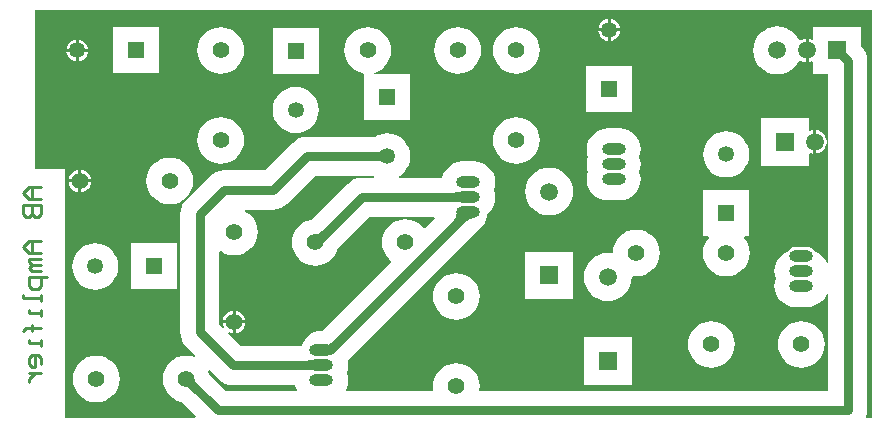
<source format=gbl>
G04 Layer_Physical_Order=2*
G04 Layer_Color=16711680*
%FSLAX25Y25*%
%MOIN*%
G70*
G01*
G75*
%ADD10C,0.03000*%
%ADD11C,0.05512*%
%ADD12C,0.05906*%
%ADD13R,0.05906X0.05906*%
%ADD14R,0.05315X0.05315*%
%ADD15C,0.05315*%
%ADD16R,0.05315X0.05315*%
%ADD17O,0.07874X0.03937*%
%ADD18O,0.07874X0.03937*%
%ADD19R,0.05906X0.05906*%
%ADD20C,0.01000*%
G36*
X124602Y-56203D02*
X124520Y-56134D01*
X124414Y-56073D01*
X124284Y-56019D01*
X124130Y-55972D01*
X123953Y-55933D01*
X123752Y-55900D01*
X123279Y-55857D01*
X122712Y-55843D01*
Y-52843D01*
X123007Y-52839D01*
X123752Y-52785D01*
X123953Y-52753D01*
X124130Y-52713D01*
X124284Y-52666D01*
X124414Y-52612D01*
X124520Y-52551D01*
X124602Y-52482D01*
Y-56203D01*
D02*
G37*
G36*
X150545Y-69709D02*
X150463Y-69669D01*
X150327Y-69634D01*
X150136Y-69602D01*
X149890Y-69575D01*
X148827Y-69519D01*
X147272Y-69500D01*
Y-66500D01*
X147845Y-66498D01*
X150463Y-66331D01*
X150545Y-66291D01*
Y-69709D01*
D02*
G37*
G36*
X155813Y-74916D02*
X155480Y-74849D01*
X155125Y-74845D01*
X154750Y-74904D01*
X154353Y-75027D01*
X153935Y-75213D01*
X153496Y-75463D01*
X153035Y-75776D01*
X152553Y-76152D01*
X152051Y-76592D01*
X151527Y-77095D01*
X147948Y-76430D01*
X148292Y-76068D01*
X148596Y-75710D01*
X148858Y-75357D01*
X149080Y-75007D01*
X149262Y-74662D01*
X149402Y-74321D01*
X149502Y-73984D01*
X149562Y-73652D01*
X149580Y-73324D01*
X149558Y-73000D01*
X155813Y-74916D01*
D02*
G37*
G36*
X122241Y-60969D02*
X122011Y-61469D01*
X118000D01*
X116726Y-61594D01*
X115500Y-61966D01*
X114371Y-62569D01*
X113382Y-63382D01*
X101453Y-75310D01*
X100980Y-75356D01*
X99518Y-75800D01*
X98170Y-76520D01*
X96989Y-77489D01*
X96020Y-78670D01*
X95300Y-80018D01*
X94856Y-81480D01*
X94707Y-83000D01*
X94856Y-84520D01*
X95300Y-85982D01*
X96020Y-87330D01*
X96989Y-88511D01*
X98170Y-89480D01*
X99518Y-90200D01*
X100980Y-90644D01*
X102500Y-90793D01*
X104020Y-90644D01*
X105482Y-90200D01*
X106830Y-89480D01*
X108011Y-88511D01*
X108980Y-87330D01*
X109700Y-85982D01*
X109894Y-85343D01*
X120705Y-74531D01*
X142078D01*
X142270Y-74993D01*
X139069Y-78194D01*
X138569Y-78170D01*
X138011Y-77489D01*
X136830Y-76520D01*
X135482Y-75800D01*
X134020Y-75356D01*
X132500Y-75207D01*
X130980Y-75356D01*
X129518Y-75800D01*
X128170Y-76520D01*
X126989Y-77489D01*
X126020Y-78670D01*
X125300Y-80018D01*
X124856Y-81480D01*
X124707Y-83000D01*
X124856Y-84520D01*
X125300Y-85982D01*
X126020Y-87330D01*
X126989Y-88511D01*
X127670Y-89069D01*
X127694Y-89569D01*
X104795Y-112469D01*
X104500D01*
X103226Y-112594D01*
X102000Y-112966D01*
X100871Y-113569D01*
X99882Y-114382D01*
X99069Y-115371D01*
X98466Y-116500D01*
X98172Y-117469D01*
X77705D01*
X73526Y-113289D01*
X73809Y-112865D01*
X74519Y-113159D01*
X75000Y-113223D01*
Y-110000D01*
X71777D01*
X71841Y-110480D01*
X72135Y-111191D01*
X71711Y-111474D01*
X70531Y-110295D01*
Y-86041D01*
X70983Y-85827D01*
X71170Y-85980D01*
X72518Y-86700D01*
X73980Y-87144D01*
X75500Y-87293D01*
X77020Y-87144D01*
X78482Y-86700D01*
X79830Y-85980D01*
X81011Y-85011D01*
X81980Y-83830D01*
X82700Y-82482D01*
X83144Y-81020D01*
X83293Y-79500D01*
X83144Y-77980D01*
X82700Y-76518D01*
X81980Y-75170D01*
X81011Y-73989D01*
X79830Y-73020D01*
X78916Y-72531D01*
X79041Y-72031D01*
X88500D01*
X89774Y-71906D01*
X91000Y-71534D01*
X92129Y-70931D01*
X93118Y-70118D01*
X102363Y-60874D01*
X122160D01*
X122241Y-60969D01*
D02*
G37*
G36*
X106422Y-81699D02*
X106208Y-81918D01*
X105563Y-82669D01*
X105455Y-82825D01*
X105368Y-82969D01*
X105303Y-83101D01*
X105259Y-83220D01*
X105236Y-83326D01*
X102881Y-80270D01*
X103013Y-80276D01*
X103155Y-80258D01*
X103306Y-80216D01*
X103467Y-80150D01*
X103637Y-80059D01*
X103817Y-79945D01*
X104006Y-79807D01*
X104205Y-79645D01*
X104631Y-79248D01*
X106422Y-81699D01*
D02*
G37*
G36*
X111450Y-117171D02*
X110770Y-117847D01*
X108205Y-120124D01*
X108152Y-120099D01*
X108177Y-119987D01*
X105231Y-117039D01*
X105461Y-117209D01*
X105732Y-117297D01*
X106041Y-117304D01*
X106391Y-117229D01*
X106779Y-117072D01*
X107208Y-116833D01*
X107676Y-116513D01*
X108183Y-116111D01*
X108730Y-115628D01*
X109317Y-115062D01*
X111450Y-117171D01*
D02*
G37*
G36*
X101545Y-125709D02*
X101463Y-125669D01*
X101327Y-125634D01*
X101136Y-125602D01*
X100891Y-125575D01*
X99827Y-125519D01*
X98272Y-125500D01*
Y-122500D01*
X98845Y-122498D01*
X101463Y-122331D01*
X101545Y-122291D01*
Y-125709D01*
D02*
G37*
G36*
X62266Y-128653D02*
X62298Y-128788D01*
X62353Y-128934D01*
X62430Y-129090D01*
X62530Y-129257D01*
X62652Y-129434D01*
X62797Y-129621D01*
X63153Y-130025D01*
X63365Y-130243D01*
X61243Y-132365D01*
X61026Y-132153D01*
X60434Y-131652D01*
X60257Y-131530D01*
X60091Y-131430D01*
X59934Y-131353D01*
X59789Y-131298D01*
X59653Y-131266D01*
X59528Y-131256D01*
X62256Y-128528D01*
X62266Y-128653D01*
D02*
G37*
G36*
X70382Y-128618D02*
X71371Y-129431D01*
X72500Y-130034D01*
X73726Y-130406D01*
X75000Y-130531D01*
X95714D01*
X96062Y-131680D01*
X96255Y-132040D01*
X95998Y-132469D01*
X72705D01*
X67112Y-126875D01*
X66755Y-125699D01*
X67197Y-125434D01*
X70382Y-128618D01*
D02*
G37*
G36*
X288000Y-141453D02*
X286468D01*
X286170Y-141051D01*
X286406Y-140274D01*
X286531Y-139000D01*
Y-22500D01*
X286406Y-21226D01*
X286034Y-20000D01*
X285431Y-18871D01*
X284618Y-17882D01*
X284453Y-17716D01*
Y-11047D01*
X268547D01*
Y-15028D01*
X268047Y-15362D01*
X267532Y-15149D01*
X267000Y-15079D01*
Y-19000D01*
Y-22921D01*
X267532Y-22851D01*
X268047Y-22637D01*
X268547Y-22972D01*
Y-26953D01*
X273469D01*
Y-49328D01*
X272969Y-49361D01*
X272942Y-49160D01*
X272851Y-48468D01*
X272453Y-47507D01*
X271819Y-46681D01*
X270993Y-46047D01*
X270032Y-45649D01*
X269500Y-45579D01*
Y-49500D01*
Y-53421D01*
X270032Y-53351D01*
X270993Y-52953D01*
X271819Y-52319D01*
X272453Y-51493D01*
X272851Y-50532D01*
X272942Y-49840D01*
X272969Y-49639D01*
X273469Y-49672D01*
Y-89848D01*
X272969Y-89922D01*
X272938Y-89820D01*
X272291Y-88610D01*
X271420Y-87549D01*
X270359Y-86678D01*
X269148Y-86031D01*
X269062Y-86005D01*
X269061Y-86003D01*
X268586Y-85383D01*
X267966Y-84907D01*
X267243Y-84608D01*
X266469Y-84506D01*
X262531D01*
X261757Y-84608D01*
X261034Y-84907D01*
X260414Y-85383D01*
X259939Y-86003D01*
X259938Y-86005D01*
X259852Y-86031D01*
X258641Y-86678D01*
X257580Y-87549D01*
X256709Y-88610D01*
X256062Y-89820D01*
X255664Y-91134D01*
X255529Y-92500D01*
X255664Y-93866D01*
X256008Y-95000D01*
X255664Y-96134D01*
X255529Y-97500D01*
X255664Y-98866D01*
X256062Y-100180D01*
X256709Y-101390D01*
X257580Y-102451D01*
X258641Y-103322D01*
X259852Y-103969D01*
X261165Y-104368D01*
X262531Y-104502D01*
X266469D01*
X267835Y-104368D01*
X269148Y-103969D01*
X270359Y-103322D01*
X271420Y-102451D01*
X272291Y-101390D01*
X272938Y-100180D01*
X272969Y-100078D01*
X273469Y-100152D01*
Y-132469D01*
X157521D01*
X157185Y-132098D01*
X157293Y-131000D01*
X157144Y-129480D01*
X156700Y-128018D01*
X155980Y-126670D01*
X155011Y-125489D01*
X153830Y-124520D01*
X152482Y-123800D01*
X151020Y-123356D01*
X149500Y-123207D01*
X147980Y-123356D01*
X146518Y-123800D01*
X145170Y-124520D01*
X143989Y-125489D01*
X143020Y-126670D01*
X142300Y-128018D01*
X141856Y-129480D01*
X141707Y-131000D01*
X141815Y-132098D01*
X141479Y-132469D01*
X113002D01*
X112745Y-132040D01*
X112938Y-131680D01*
X113336Y-130366D01*
X113471Y-129000D01*
X113336Y-127634D01*
X112992Y-126500D01*
X113336Y-125366D01*
X113471Y-124000D01*
X113336Y-122634D01*
X113282Y-122455D01*
X158118Y-77618D01*
X158931Y-76629D01*
X159534Y-75499D01*
X159906Y-74274D01*
X160003Y-73294D01*
X160420Y-72951D01*
X161291Y-71890D01*
X161938Y-70680D01*
X162336Y-69366D01*
X162471Y-68000D01*
X162336Y-66634D01*
X161992Y-65500D01*
X162336Y-64366D01*
X162471Y-63000D01*
X162336Y-61634D01*
X161938Y-60320D01*
X161291Y-59110D01*
X160420Y-58049D01*
X159359Y-57178D01*
X158148Y-56531D01*
X156835Y-56132D01*
X155468Y-55998D01*
X151532D01*
X150165Y-56132D01*
X148852Y-56531D01*
X147641Y-57178D01*
X146580Y-58049D01*
X145709Y-59110D01*
X145062Y-60320D01*
X144714Y-61469D01*
X130473D01*
X130348Y-60969D01*
X130775Y-60740D01*
X131941Y-59784D01*
X132898Y-58617D01*
X133609Y-57287D01*
X134047Y-55844D01*
X134195Y-54343D01*
X134047Y-52842D01*
X133609Y-51398D01*
X132898Y-50068D01*
X131941Y-48902D01*
X130775Y-47945D01*
X129445Y-47234D01*
X128001Y-46796D01*
X126500Y-46648D01*
X124999Y-46796D01*
X123555Y-47234D01*
X122475Y-47811D01*
X99657D01*
X98383Y-47937D01*
X97158Y-48308D01*
X96029Y-48912D01*
X95039Y-49724D01*
X85795Y-58969D01*
X72000D01*
X70726Y-59094D01*
X69500Y-59466D01*
X68371Y-60069D01*
X67382Y-60882D01*
X59382Y-68882D01*
X58569Y-69871D01*
X57966Y-71000D01*
X57594Y-72226D01*
X57469Y-73500D01*
Y-113000D01*
X57594Y-114274D01*
X57966Y-115499D01*
X58569Y-116629D01*
X59382Y-117618D01*
X62566Y-120803D01*
X62301Y-121245D01*
X61020Y-120856D01*
X59500Y-120707D01*
X57980Y-120856D01*
X56518Y-121300D01*
X55170Y-122020D01*
X53989Y-122989D01*
X53020Y-124170D01*
X52300Y-125518D01*
X51856Y-126980D01*
X51707Y-128500D01*
X51856Y-130020D01*
X52300Y-131482D01*
X53020Y-132830D01*
X53989Y-134011D01*
X55170Y-134980D01*
X56518Y-135700D01*
X57875Y-136112D01*
X62754Y-140991D01*
X62562Y-141453D01*
X19000D01*
Y-58500D01*
X9000D01*
Y-5548D01*
X288000D01*
Y-141453D01*
D02*
G37*
%LPC*%
G36*
X76000Y-105778D02*
Y-109000D01*
X79223D01*
X79159Y-108519D01*
X78781Y-107606D01*
X78179Y-106821D01*
X77394Y-106219D01*
X76481Y-105841D01*
X76000Y-105778D01*
D02*
G37*
G36*
X75000D02*
X74519Y-105841D01*
X73606Y-106219D01*
X72821Y-106821D01*
X72219Y-107606D01*
X71841Y-108519D01*
X71777Y-109000D01*
X75000D01*
Y-105778D01*
D02*
G37*
G36*
X79223Y-110000D02*
X76000D01*
Y-113223D01*
X76481Y-113159D01*
X77394Y-112781D01*
X78179Y-112179D01*
X78781Y-111394D01*
X79159Y-110480D01*
X79223Y-110000D01*
D02*
G37*
G36*
X201000Y-8534D02*
Y-11657D01*
X204123D01*
X204063Y-11203D01*
X203695Y-10313D01*
X203109Y-9549D01*
X202344Y-8963D01*
X201455Y-8594D01*
X201000Y-8534D01*
D02*
G37*
G36*
X200000D02*
X199545Y-8594D01*
X198655Y-8963D01*
X197891Y-9549D01*
X197305Y-10313D01*
X196937Y-11203D01*
X196877Y-11657D01*
X200000D01*
Y-8534D01*
D02*
G37*
G36*
X204123Y-12657D02*
X201000D01*
Y-15781D01*
X201455Y-15721D01*
X202344Y-15352D01*
X203109Y-14766D01*
X203695Y-14002D01*
X204063Y-13112D01*
X204123Y-12657D01*
D02*
G37*
G36*
X200000D02*
X196877D01*
X196937Y-13112D01*
X197305Y-14002D01*
X197891Y-14766D01*
X198655Y-15352D01*
X199545Y-15721D01*
X200000Y-15781D01*
Y-12657D01*
D02*
G37*
G36*
X23657Y-15377D02*
Y-18500D01*
X26781D01*
X26721Y-18045D01*
X26352Y-17155D01*
X25766Y-16391D01*
X25002Y-15805D01*
X24112Y-15437D01*
X23657Y-15377D01*
D02*
G37*
G36*
X22657D02*
X22203Y-15437D01*
X21313Y-15805D01*
X20549Y-16391D01*
X19963Y-17155D01*
X19594Y-18045D01*
X19534Y-18500D01*
X22657D01*
Y-15377D01*
D02*
G37*
G36*
X26781Y-19500D02*
X23657D01*
Y-22623D01*
X24112Y-22563D01*
X25002Y-22195D01*
X25766Y-21609D01*
X26352Y-20844D01*
X26721Y-19955D01*
X26781Y-19500D01*
D02*
G37*
G36*
X22657D02*
X19534D01*
X19594Y-19955D01*
X19963Y-20844D01*
X20549Y-21609D01*
X21313Y-22195D01*
X22203Y-22563D01*
X22657Y-22623D01*
Y-19500D01*
D02*
G37*
G36*
X256500Y-11009D02*
X254941Y-11162D01*
X253442Y-11617D01*
X252060Y-12355D01*
X250849Y-13349D01*
X249855Y-14560D01*
X249117Y-15942D01*
X248662Y-17441D01*
X248509Y-19000D01*
X248662Y-20559D01*
X249117Y-22058D01*
X249855Y-23440D01*
X250849Y-24651D01*
X252060Y-25644D01*
X253442Y-26383D01*
X254941Y-26838D01*
X256500Y-26991D01*
X258059Y-26838D01*
X259558Y-26383D01*
X260940Y-25644D01*
X262151Y-24651D01*
X263144Y-23440D01*
X263676Y-22445D01*
X264317Y-22307D01*
X264507Y-22453D01*
X265468Y-22851D01*
X266000Y-22921D01*
Y-19000D01*
Y-15079D01*
X265468Y-15149D01*
X264507Y-15547D01*
X264317Y-15693D01*
X263676Y-15554D01*
X263144Y-14560D01*
X262151Y-13349D01*
X260940Y-12355D01*
X259558Y-11617D01*
X258059Y-11162D01*
X256500Y-11009D01*
D02*
G37*
G36*
X50500Y-11343D02*
X35185D01*
Y-26658D01*
X50500D01*
Y-11343D01*
D02*
G37*
G36*
X169500Y-11207D02*
X167980Y-11356D01*
X166518Y-11800D01*
X165170Y-12520D01*
X163989Y-13489D01*
X163020Y-14670D01*
X162300Y-16018D01*
X161856Y-17480D01*
X161707Y-19000D01*
X161856Y-20520D01*
X162300Y-21982D01*
X163020Y-23330D01*
X163989Y-24511D01*
X165170Y-25480D01*
X166518Y-26200D01*
X167980Y-26644D01*
X169500Y-26793D01*
X171020Y-26644D01*
X172482Y-26200D01*
X173830Y-25480D01*
X175011Y-24511D01*
X175980Y-23330D01*
X176700Y-21982D01*
X177144Y-20520D01*
X177293Y-19000D01*
X177144Y-17480D01*
X176700Y-16018D01*
X175980Y-14670D01*
X175011Y-13489D01*
X173830Y-12520D01*
X172482Y-11800D01*
X171020Y-11356D01*
X169500Y-11207D01*
D02*
G37*
G36*
X150000D02*
X148480Y-11356D01*
X147018Y-11800D01*
X145670Y-12520D01*
X144489Y-13489D01*
X143520Y-14670D01*
X142800Y-16018D01*
X142356Y-17480D01*
X142207Y-19000D01*
X142356Y-20520D01*
X142800Y-21982D01*
X143520Y-23330D01*
X144489Y-24511D01*
X145670Y-25480D01*
X147018Y-26200D01*
X148480Y-26644D01*
X150000Y-26793D01*
X151520Y-26644D01*
X152982Y-26200D01*
X154330Y-25480D01*
X155511Y-24511D01*
X156480Y-23330D01*
X157200Y-21982D01*
X157644Y-20520D01*
X157793Y-19000D01*
X157644Y-17480D01*
X157200Y-16018D01*
X156480Y-14670D01*
X155511Y-13489D01*
X154330Y-12520D01*
X152982Y-11800D01*
X151520Y-11356D01*
X150000Y-11207D01*
D02*
G37*
G36*
X71000D02*
X69480Y-11356D01*
X68018Y-11800D01*
X66670Y-12520D01*
X65489Y-13489D01*
X64520Y-14670D01*
X63800Y-16018D01*
X63356Y-17480D01*
X63207Y-19000D01*
X63356Y-20520D01*
X63800Y-21982D01*
X64520Y-23330D01*
X65489Y-24511D01*
X66670Y-25480D01*
X68018Y-26200D01*
X69480Y-26644D01*
X71000Y-26793D01*
X72520Y-26644D01*
X73982Y-26200D01*
X75330Y-25480D01*
X76511Y-24511D01*
X77480Y-23330D01*
X78200Y-21982D01*
X78644Y-20520D01*
X78793Y-19000D01*
X78644Y-17480D01*
X78200Y-16018D01*
X77480Y-14670D01*
X76511Y-13489D01*
X75330Y-12520D01*
X73982Y-11800D01*
X72520Y-11356D01*
X71000Y-11207D01*
D02*
G37*
G36*
X103657Y-11500D02*
X88342D01*
Y-26815D01*
X103657D01*
Y-11500D01*
D02*
G37*
G36*
X208157Y-24185D02*
X192842D01*
Y-39500D01*
X208157D01*
Y-24185D01*
D02*
G37*
G36*
X120000Y-11207D02*
X118480Y-11356D01*
X117018Y-11800D01*
X115670Y-12520D01*
X114489Y-13489D01*
X113520Y-14670D01*
X112800Y-16018D01*
X112356Y-17480D01*
X112207Y-19000D01*
X112356Y-20520D01*
X112800Y-21982D01*
X113520Y-23330D01*
X114489Y-24511D01*
X115670Y-25480D01*
X117018Y-26200D01*
X118480Y-26644D01*
X118492Y-26645D01*
X118842Y-27000D01*
X118842Y-27182D01*
Y-42315D01*
X134158D01*
Y-27000D01*
X122069D01*
X121994Y-26500D01*
X122982Y-26200D01*
X124330Y-25480D01*
X125511Y-24511D01*
X126480Y-23330D01*
X127200Y-21982D01*
X127644Y-20520D01*
X127793Y-19000D01*
X127644Y-17480D01*
X127200Y-16018D01*
X126480Y-14670D01*
X125511Y-13489D01*
X124330Y-12520D01*
X122982Y-11800D01*
X121520Y-11356D01*
X120000Y-11207D01*
D02*
G37*
G36*
X96000Y-31148D02*
X94499Y-31296D01*
X93055Y-31734D01*
X91725Y-32445D01*
X90559Y-33402D01*
X89602Y-34568D01*
X88891Y-35898D01*
X88453Y-37341D01*
X88305Y-38843D01*
X88453Y-40344D01*
X88891Y-41787D01*
X89602Y-43117D01*
X90559Y-44283D01*
X91725Y-45240D01*
X93055Y-45951D01*
X94499Y-46389D01*
X96000Y-46537D01*
X97501Y-46389D01*
X98945Y-45951D01*
X100275Y-45240D01*
X101441Y-44283D01*
X102398Y-43117D01*
X103109Y-41787D01*
X103547Y-40344D01*
X103694Y-38843D01*
X103547Y-37341D01*
X103109Y-35898D01*
X102398Y-34568D01*
X101441Y-33402D01*
X100275Y-32445D01*
X98945Y-31734D01*
X97501Y-31296D01*
X96000Y-31148D01*
D02*
G37*
G36*
X266953Y-41547D02*
X251047D01*
Y-57453D01*
X266953D01*
Y-53472D01*
X267453Y-53137D01*
X267968Y-53351D01*
X268500Y-53421D01*
Y-49500D01*
Y-45579D01*
X267968Y-45649D01*
X267453Y-45862D01*
X266953Y-45528D01*
Y-41547D01*
D02*
G37*
G36*
X169500Y-41207D02*
X167980Y-41356D01*
X166518Y-41800D01*
X165170Y-42520D01*
X163989Y-43489D01*
X163020Y-44670D01*
X162300Y-46018D01*
X161856Y-47480D01*
X161707Y-49000D01*
X161856Y-50520D01*
X162300Y-51982D01*
X163020Y-53330D01*
X163989Y-54511D01*
X165170Y-55480D01*
X166518Y-56200D01*
X167980Y-56644D01*
X169500Y-56793D01*
X171020Y-56644D01*
X172482Y-56200D01*
X173830Y-55480D01*
X175011Y-54511D01*
X175980Y-53330D01*
X176700Y-51982D01*
X177144Y-50520D01*
X177293Y-49000D01*
X177144Y-47480D01*
X176700Y-46018D01*
X175980Y-44670D01*
X175011Y-43489D01*
X173830Y-42520D01*
X172482Y-41800D01*
X171020Y-41356D01*
X169500Y-41207D01*
D02*
G37*
G36*
X71000D02*
X69480Y-41356D01*
X68018Y-41800D01*
X66670Y-42520D01*
X65489Y-43489D01*
X64520Y-44670D01*
X63800Y-46018D01*
X63356Y-47480D01*
X63207Y-49000D01*
X63356Y-50520D01*
X63800Y-51982D01*
X64520Y-53330D01*
X65489Y-54511D01*
X66670Y-55480D01*
X68018Y-56200D01*
X69480Y-56644D01*
X71000Y-56793D01*
X72520Y-56644D01*
X73982Y-56200D01*
X75330Y-55480D01*
X76511Y-54511D01*
X77480Y-53330D01*
X78200Y-51982D01*
X78644Y-50520D01*
X78793Y-49000D01*
X78644Y-47480D01*
X78200Y-46018D01*
X77480Y-44670D01*
X76511Y-43489D01*
X75330Y-42520D01*
X73982Y-41800D01*
X72520Y-41356D01*
X71000Y-41207D01*
D02*
G37*
G36*
X239500Y-45963D02*
X237999Y-46111D01*
X236555Y-46549D01*
X235225Y-47260D01*
X234059Y-48217D01*
X233102Y-49382D01*
X232391Y-50713D01*
X231953Y-52156D01*
X231805Y-53657D01*
X231953Y-55159D01*
X232391Y-56602D01*
X233102Y-57932D01*
X234059Y-59098D01*
X235225Y-60055D01*
X236555Y-60766D01*
X237999Y-61204D01*
X239500Y-61352D01*
X241001Y-61204D01*
X242445Y-60766D01*
X243775Y-60055D01*
X244941Y-59098D01*
X245898Y-57932D01*
X246609Y-56602D01*
X247047Y-55159D01*
X247195Y-53657D01*
X247047Y-52156D01*
X246609Y-50713D01*
X245898Y-49382D01*
X244941Y-48217D01*
X243775Y-47260D01*
X242445Y-46549D01*
X241001Y-46111D01*
X239500Y-45963D01*
D02*
G37*
G36*
X24500Y-58777D02*
Y-62000D01*
X27722D01*
X27659Y-61519D01*
X27281Y-60606D01*
X26679Y-59821D01*
X25894Y-59219D01*
X24981Y-58841D01*
X24500Y-58777D01*
D02*
G37*
G36*
X23500D02*
X23020Y-58841D01*
X22106Y-59219D01*
X21321Y-59821D01*
X20719Y-60606D01*
X20341Y-61519D01*
X20278Y-62000D01*
X23500D01*
Y-58777D01*
D02*
G37*
G36*
X27722Y-63000D02*
X24500D01*
Y-66223D01*
X24981Y-66159D01*
X25894Y-65781D01*
X26679Y-65179D01*
X27281Y-64394D01*
X27659Y-63481D01*
X27722Y-63000D01*
D02*
G37*
G36*
X23500D02*
X20278D01*
X20341Y-63481D01*
X20719Y-64394D01*
X21321Y-65179D01*
X22106Y-65781D01*
X23020Y-66159D01*
X23500Y-66223D01*
Y-63000D01*
D02*
G37*
G36*
X203969Y-44998D02*
X200031D01*
X198665Y-45132D01*
X197352Y-45531D01*
X196141Y-46178D01*
X195080Y-47049D01*
X194209Y-48110D01*
X193562Y-49320D01*
X193164Y-50634D01*
X193029Y-52000D01*
X193164Y-53366D01*
X193508Y-54500D01*
X193164Y-55634D01*
X193029Y-57000D01*
X193164Y-58366D01*
X193508Y-59500D01*
X193164Y-60634D01*
X193029Y-62000D01*
X193164Y-63366D01*
X193562Y-64680D01*
X194209Y-65890D01*
X195080Y-66951D01*
X196141Y-67822D01*
X197352Y-68469D01*
X198665Y-68868D01*
X200031Y-69002D01*
X203969D01*
X205335Y-68868D01*
X206648Y-68469D01*
X207859Y-67822D01*
X208920Y-66951D01*
X209791Y-65890D01*
X210438Y-64680D01*
X210836Y-63366D01*
X210971Y-62000D01*
X210836Y-60634D01*
X210492Y-59500D01*
X210836Y-58366D01*
X210971Y-57000D01*
X210836Y-55634D01*
X210492Y-54500D01*
X210836Y-53366D01*
X210971Y-52000D01*
X210836Y-50634D01*
X210438Y-49320D01*
X209791Y-48110D01*
X208920Y-47049D01*
X207859Y-46178D01*
X206648Y-45531D01*
X205335Y-45132D01*
X203969Y-44998D01*
D02*
G37*
G36*
X54000Y-54707D02*
X52480Y-54856D01*
X51018Y-55300D01*
X49670Y-56020D01*
X48489Y-56989D01*
X47520Y-58170D01*
X46800Y-59518D01*
X46356Y-60980D01*
X46207Y-62500D01*
X46356Y-64020D01*
X46800Y-65482D01*
X47520Y-66830D01*
X48489Y-68011D01*
X49670Y-68980D01*
X51018Y-69700D01*
X52480Y-70144D01*
X54000Y-70293D01*
X55520Y-70144D01*
X56982Y-69700D01*
X58330Y-68980D01*
X59511Y-68011D01*
X60480Y-66830D01*
X61200Y-65482D01*
X61644Y-64020D01*
X61793Y-62500D01*
X61644Y-60980D01*
X61200Y-59518D01*
X60480Y-58170D01*
X59511Y-56989D01*
X58330Y-56020D01*
X56982Y-55300D01*
X55520Y-54856D01*
X54000Y-54707D01*
D02*
G37*
G36*
X180500Y-58032D02*
X178941Y-58186D01*
X177442Y-58641D01*
X176060Y-59379D01*
X174849Y-60373D01*
X173855Y-61584D01*
X173117Y-62966D01*
X172662Y-64465D01*
X172509Y-66024D01*
X172662Y-67583D01*
X173117Y-69082D01*
X173855Y-70463D01*
X174849Y-71674D01*
X176060Y-72668D01*
X177442Y-73406D01*
X178941Y-73861D01*
X180500Y-74015D01*
X182059Y-73861D01*
X183558Y-73406D01*
X184940Y-72668D01*
X186151Y-71674D01*
X187144Y-70463D01*
X187883Y-69082D01*
X188338Y-67583D01*
X188491Y-66024D01*
X188338Y-64465D01*
X187883Y-62966D01*
X187144Y-61584D01*
X186151Y-60373D01*
X184940Y-59379D01*
X183558Y-58641D01*
X182059Y-58186D01*
X180500Y-58032D01*
D02*
G37*
G36*
X209500Y-78707D02*
X207980Y-78856D01*
X206518Y-79300D01*
X205170Y-80020D01*
X203989Y-80989D01*
X203020Y-82170D01*
X202300Y-83518D01*
X201856Y-84980D01*
X201734Y-86217D01*
X201618Y-86528D01*
X201219Y-86652D01*
X200000Y-86532D01*
X198441Y-86686D01*
X196942Y-87141D01*
X195560Y-87879D01*
X194349Y-88873D01*
X193356Y-90084D01*
X192617Y-91466D01*
X192162Y-92965D01*
X192009Y-94524D01*
X192162Y-96083D01*
X192617Y-97582D01*
X193356Y-98963D01*
X194349Y-100174D01*
X195560Y-101168D01*
X196942Y-101907D01*
X198441Y-102361D01*
X200000Y-102515D01*
X201559Y-102361D01*
X203058Y-101907D01*
X204440Y-101168D01*
X205651Y-100174D01*
X206645Y-98963D01*
X207383Y-97582D01*
X207838Y-96083D01*
X207979Y-94646D01*
X208154Y-94408D01*
X208461Y-94191D01*
X209500Y-94293D01*
X211020Y-94144D01*
X212482Y-93700D01*
X213830Y-92980D01*
X215011Y-92011D01*
X215980Y-90830D01*
X216700Y-89482D01*
X217144Y-88020D01*
X217293Y-86500D01*
X217144Y-84980D01*
X216700Y-83518D01*
X215980Y-82170D01*
X215011Y-80989D01*
X213830Y-80020D01*
X212482Y-79300D01*
X211020Y-78856D01*
X209500Y-78707D01*
D02*
G37*
G36*
X247158Y-65685D02*
X231842D01*
Y-81000D01*
X233396D01*
X233609Y-81452D01*
X233020Y-82170D01*
X232300Y-83518D01*
X231856Y-84980D01*
X231707Y-86500D01*
X231856Y-88020D01*
X232300Y-89482D01*
X233020Y-90830D01*
X233989Y-92011D01*
X235170Y-92980D01*
X236518Y-93700D01*
X237980Y-94144D01*
X239500Y-94293D01*
X241020Y-94144D01*
X242482Y-93700D01*
X243830Y-92980D01*
X245011Y-92011D01*
X245980Y-90830D01*
X246700Y-89482D01*
X247144Y-88020D01*
X247293Y-86500D01*
X247144Y-84980D01*
X246700Y-83518D01*
X245980Y-82170D01*
X245391Y-81452D01*
X245604Y-81000D01*
X247158D01*
Y-65685D01*
D02*
G37*
G36*
X56500Y-83342D02*
X41185D01*
Y-98658D01*
X56500D01*
Y-83342D01*
D02*
G37*
G36*
X29157Y-83306D02*
X27656Y-83453D01*
X26213Y-83891D01*
X24883Y-84602D01*
X23717Y-85559D01*
X22760Y-86725D01*
X22049Y-88055D01*
X21611Y-89499D01*
X21463Y-91000D01*
X21611Y-92501D01*
X22049Y-93945D01*
X22760Y-95275D01*
X23717Y-96441D01*
X24883Y-97398D01*
X26213Y-98109D01*
X27656Y-98547D01*
X29157Y-98694D01*
X30659Y-98547D01*
X32102Y-98109D01*
X33432Y-97398D01*
X34598Y-96441D01*
X35555Y-95275D01*
X36266Y-93945D01*
X36704Y-92501D01*
X36852Y-91000D01*
X36704Y-89499D01*
X36266Y-88055D01*
X35555Y-86725D01*
X34598Y-85559D01*
X33432Y-84602D01*
X32102Y-83891D01*
X30659Y-83453D01*
X29157Y-83306D01*
D02*
G37*
G36*
X188453Y-86024D02*
X172547D01*
Y-101929D01*
X188453D01*
Y-86024D01*
D02*
G37*
G36*
X149500Y-93207D02*
X147980Y-93356D01*
X146518Y-93800D01*
X145170Y-94520D01*
X143989Y-95489D01*
X143020Y-96670D01*
X142300Y-98018D01*
X141856Y-99480D01*
X141707Y-101000D01*
X141856Y-102520D01*
X142300Y-103982D01*
X143020Y-105330D01*
X143989Y-106511D01*
X145170Y-107480D01*
X146518Y-108200D01*
X147980Y-108644D01*
X149500Y-108793D01*
X151020Y-108644D01*
X152482Y-108200D01*
X153830Y-107480D01*
X155011Y-106511D01*
X155980Y-105330D01*
X156700Y-103982D01*
X157144Y-102520D01*
X157293Y-101000D01*
X157144Y-99480D01*
X156700Y-98018D01*
X155980Y-96670D01*
X155011Y-95489D01*
X153830Y-94520D01*
X152482Y-93800D01*
X151020Y-93356D01*
X149500Y-93207D01*
D02*
G37*
G36*
X264500Y-109207D02*
X262980Y-109356D01*
X261518Y-109800D01*
X260170Y-110520D01*
X258989Y-111489D01*
X258020Y-112670D01*
X257300Y-114018D01*
X256856Y-115480D01*
X256707Y-117000D01*
X256856Y-118520D01*
X257300Y-119982D01*
X258020Y-121330D01*
X258989Y-122511D01*
X260170Y-123480D01*
X261518Y-124200D01*
X262980Y-124644D01*
X264500Y-124793D01*
X266020Y-124644D01*
X267482Y-124200D01*
X268830Y-123480D01*
X270011Y-122511D01*
X270980Y-121330D01*
X271700Y-119982D01*
X272144Y-118520D01*
X272293Y-117000D01*
X272144Y-115480D01*
X271700Y-114018D01*
X270980Y-112670D01*
X270011Y-111489D01*
X268830Y-110520D01*
X267482Y-109800D01*
X266020Y-109356D01*
X264500Y-109207D01*
D02*
G37*
G36*
X234500D02*
X232980Y-109356D01*
X231518Y-109800D01*
X230170Y-110520D01*
X228989Y-111489D01*
X228020Y-112670D01*
X227300Y-114018D01*
X226856Y-115480D01*
X226707Y-117000D01*
X226856Y-118520D01*
X227300Y-119982D01*
X228020Y-121330D01*
X228989Y-122511D01*
X230170Y-123480D01*
X231518Y-124200D01*
X232980Y-124644D01*
X234500Y-124793D01*
X236020Y-124644D01*
X237482Y-124200D01*
X238830Y-123480D01*
X240011Y-122511D01*
X240980Y-121330D01*
X241700Y-119982D01*
X242144Y-118520D01*
X242293Y-117000D01*
X242144Y-115480D01*
X241700Y-114018D01*
X240980Y-112670D01*
X240011Y-111489D01*
X238830Y-110520D01*
X237482Y-109800D01*
X236020Y-109356D01*
X234500Y-109207D01*
D02*
G37*
G36*
X207953Y-114524D02*
X192047D01*
Y-130429D01*
X207953D01*
Y-114524D01*
D02*
G37*
G36*
X29500Y-120707D02*
X27980Y-120856D01*
X26518Y-121300D01*
X25170Y-122020D01*
X23989Y-122989D01*
X23020Y-124170D01*
X22300Y-125518D01*
X21856Y-126980D01*
X21707Y-128500D01*
X21856Y-130020D01*
X22300Y-131482D01*
X23020Y-132830D01*
X23989Y-134011D01*
X25170Y-134980D01*
X26518Y-135700D01*
X27980Y-136144D01*
X29500Y-136293D01*
X31020Y-136144D01*
X32482Y-135700D01*
X33830Y-134980D01*
X35011Y-134011D01*
X35980Y-132830D01*
X36700Y-131482D01*
X37144Y-130020D01*
X37293Y-128500D01*
X37144Y-126980D01*
X36700Y-125518D01*
X35980Y-124170D01*
X35011Y-122989D01*
X33830Y-122020D01*
X32482Y-121300D01*
X31020Y-120856D01*
X29500Y-120707D01*
D02*
G37*
%LPD*%
D10*
X107500Y-119000D02*
X153500Y-73000D01*
X104500Y-119000D02*
X107500D01*
X102500Y-83000D02*
X103000D01*
X118000Y-68000D01*
X153500D01*
X75000Y-124000D02*
X104500D01*
X64000Y-113000D02*
X75000Y-124000D01*
X64000Y-113000D02*
Y-73500D01*
X72000Y-65500D01*
X88500D01*
X99657Y-54343D01*
X126500D01*
X59500Y-128500D02*
X70000Y-139000D01*
X280000D01*
Y-22500D01*
X276500Y-19000D02*
X280000Y-22500D01*
D11*
X75500Y-109500D02*
D03*
Y-79500D02*
D03*
X132500Y-83000D02*
D03*
X102500D02*
D03*
X149500Y-131000D02*
D03*
Y-101000D02*
D03*
X54000Y-62500D02*
D03*
X24000D02*
D03*
X59500Y-128500D02*
D03*
X29500D02*
D03*
X264500Y-117000D02*
D03*
X234500D02*
D03*
X209500Y-86500D02*
D03*
X239500D02*
D03*
X71000Y-19000D02*
D03*
Y-49000D02*
D03*
X169500D02*
D03*
Y-19000D02*
D03*
X120000D02*
D03*
X150000D02*
D03*
D12*
X200000Y-94524D02*
D03*
X269000Y-49500D02*
D03*
X180500Y-66024D02*
D03*
X256500Y-19000D02*
D03*
X266500D02*
D03*
D13*
X200000Y-122476D02*
D03*
X180500Y-93976D02*
D03*
D14*
X239500Y-73343D02*
D03*
X200500Y-31843D02*
D03*
X96000Y-19157D02*
D03*
X126500Y-34657D02*
D03*
D15*
X239500Y-53657D02*
D03*
X200500Y-12157D02*
D03*
X23157Y-19000D02*
D03*
X96000Y-38843D02*
D03*
X29157Y-91000D02*
D03*
X126500Y-54343D02*
D03*
D16*
X42843Y-19000D02*
D03*
X48843Y-91000D02*
D03*
D17*
X104500Y-119000D02*
D03*
X153500Y-73000D02*
D03*
X202000Y-62000D02*
D03*
X264500Y-87500D02*
D03*
D18*
X104500Y-124000D02*
D03*
Y-129000D02*
D03*
X153500Y-68000D02*
D03*
Y-63000D02*
D03*
X202000Y-57000D02*
D03*
Y-52000D02*
D03*
X264500Y-97500D02*
D03*
Y-92500D02*
D03*
D19*
X259000Y-49500D02*
D03*
X276500Y-19000D02*
D03*
D20*
X11001Y-64500D02*
X7002D01*
X5003Y-66499D01*
X7002Y-68499D01*
X11001D01*
X8002D01*
Y-64500D01*
X5003Y-70498D02*
X11001D01*
Y-73497D01*
X10001Y-74497D01*
X9001D01*
X8002Y-73497D01*
Y-70498D01*
Y-73497D01*
X7002Y-74497D01*
X6002D01*
X5003Y-73497D01*
Y-70498D01*
X11001Y-82494D02*
X7002D01*
X5003Y-84493D01*
X7002Y-86493D01*
X11001D01*
X8002D01*
Y-82494D01*
X11001Y-88492D02*
X7002D01*
Y-89492D01*
X8002Y-90492D01*
X11001D01*
X8002D01*
X7002Y-91491D01*
X8002Y-92491D01*
X11001D01*
X13000Y-94490D02*
X7002D01*
Y-97489D01*
X8002Y-98489D01*
X10001D01*
X11001Y-97489D01*
Y-94490D01*
Y-100488D02*
Y-102488D01*
Y-101488D01*
X5003D01*
Y-100488D01*
X11001Y-105487D02*
Y-107486D01*
Y-106486D01*
X7002D01*
Y-105487D01*
X11001Y-111485D02*
X6002D01*
X8002D01*
Y-110485D01*
Y-112485D01*
Y-111485D01*
X6002D01*
X5003Y-112485D01*
X11001Y-115483D02*
Y-117483D01*
Y-116483D01*
X7002D01*
Y-115483D01*
X11001Y-123481D02*
Y-121482D01*
X10001Y-120482D01*
X8002D01*
X7002Y-121482D01*
Y-123481D01*
X8002Y-124481D01*
X9001D01*
Y-120482D01*
X7002Y-126480D02*
X11001D01*
X9001D01*
X8002Y-127480D01*
X7002Y-128479D01*
Y-129479D01*
M02*

</source>
